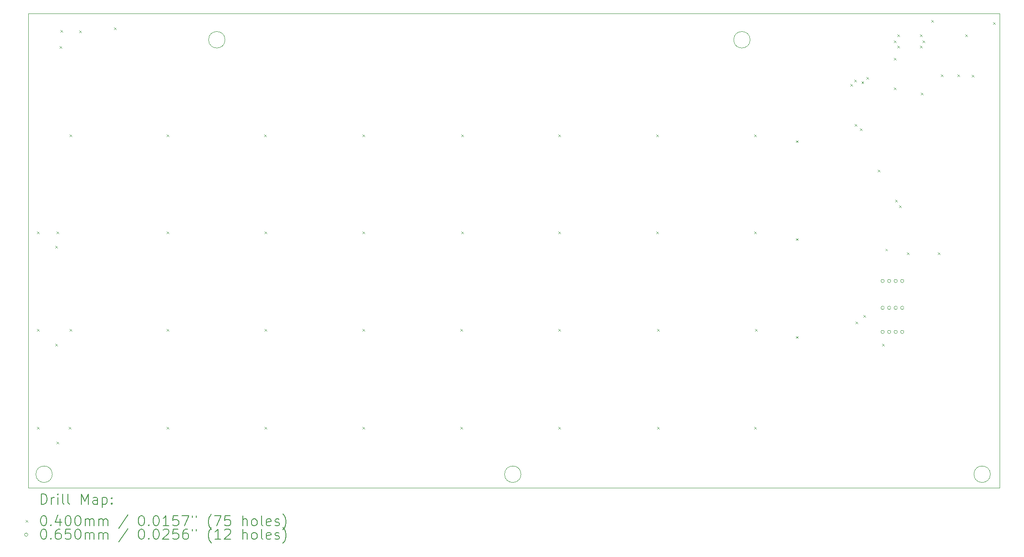
<source format=gbr>
%TF.GenerationSoftware,KiCad,Pcbnew,(6.0.8)*%
%TF.CreationDate,2023-01-16T17:00:11+01:00*%
%TF.ProjectId,The Macruwu 2.0,54686520-4d61-4637-9275-777520322e30,rev?*%
%TF.SameCoordinates,Original*%
%TF.FileFunction,Drillmap*%
%TF.FilePolarity,Positive*%
%FSLAX45Y45*%
G04 Gerber Fmt 4.5, Leading zero omitted, Abs format (unit mm)*
G04 Created by KiCad (PCBNEW (6.0.8)) date 2023-01-16 17:00:11*
%MOMM*%
%LPD*%
G01*
G04 APERTURE LIST*
%ADD10C,0.100000*%
%ADD11C,0.200000*%
%ADD12C,0.040000*%
%ADD13C,0.065000*%
G04 APERTURE END LIST*
D10*
X15519400Y-12141200D02*
G75*
G03*
X15519400Y-12141200I-160000J0D01*
G01*
X19977100Y-3688100D02*
G75*
G03*
X19977100Y-3688100I-160000J0D01*
G01*
X9761200Y-3688100D02*
G75*
G03*
X9761200Y-3688100I-160000J0D01*
G01*
X6400800Y-12141200D02*
G75*
G03*
X6400800Y-12141200I-160000J0D01*
G01*
X24650700Y-12141200D02*
G75*
G03*
X24650700Y-12141200I-160000J0D01*
G01*
X5930900Y-3175000D02*
X24828500Y-3175000D01*
X24828500Y-3175000D02*
X24828500Y-12407900D01*
X24828500Y-12407900D02*
X5930900Y-12407900D01*
X5930900Y-12407900D02*
X5930900Y-3175000D01*
D11*
D12*
X6101400Y-7422200D02*
X6141400Y-7462200D01*
X6141400Y-7422200D02*
X6101400Y-7462200D01*
X6101400Y-9314500D02*
X6141400Y-9354500D01*
X6141400Y-9314500D02*
X6101400Y-9354500D01*
X6101400Y-11219500D02*
X6141400Y-11259500D01*
X6141400Y-11219500D02*
X6101400Y-11259500D01*
X6457000Y-7701600D02*
X6497000Y-7741600D01*
X6497000Y-7701600D02*
X6457000Y-7741600D01*
X6457000Y-9606600D02*
X6497000Y-9646600D01*
X6497000Y-9606600D02*
X6457000Y-9646600D01*
X6482400Y-7422200D02*
X6522400Y-7462200D01*
X6522400Y-7422200D02*
X6482400Y-7462200D01*
X6482400Y-11511600D02*
X6522400Y-11551600D01*
X6522400Y-11511600D02*
X6482400Y-11551600D01*
X6545900Y-3815400D02*
X6585900Y-3855400D01*
X6585900Y-3815400D02*
X6545900Y-3855400D01*
X6558600Y-3497900D02*
X6598600Y-3537900D01*
X6598600Y-3497900D02*
X6558600Y-3537900D01*
X6723700Y-11219500D02*
X6763700Y-11259500D01*
X6763700Y-11219500D02*
X6723700Y-11259500D01*
X6736400Y-5529900D02*
X6776400Y-5569900D01*
X6776400Y-5529900D02*
X6736400Y-5569900D01*
X6736400Y-9314500D02*
X6776400Y-9354500D01*
X6776400Y-9314500D02*
X6736400Y-9354500D01*
X6926900Y-3510600D02*
X6966900Y-3550600D01*
X6966900Y-3510600D02*
X6926900Y-3550600D01*
X7600000Y-3447100D02*
X7640000Y-3487100D01*
X7640000Y-3447100D02*
X7600000Y-3487100D01*
X8628700Y-5529900D02*
X8668700Y-5569900D01*
X8668700Y-5529900D02*
X8628700Y-5569900D01*
X8628700Y-7422200D02*
X8668700Y-7462200D01*
X8668700Y-7422200D02*
X8628700Y-7462200D01*
X8628700Y-9314500D02*
X8668700Y-9354500D01*
X8668700Y-9314500D02*
X8628700Y-9354500D01*
X8628700Y-11219500D02*
X8668700Y-11259500D01*
X8668700Y-11219500D02*
X8628700Y-11259500D01*
X10521000Y-5529900D02*
X10561000Y-5569900D01*
X10561000Y-5529900D02*
X10521000Y-5569900D01*
X10533700Y-7422200D02*
X10573700Y-7462200D01*
X10573700Y-7422200D02*
X10533700Y-7462200D01*
X10533700Y-9314500D02*
X10573700Y-9354500D01*
X10573700Y-9314500D02*
X10533700Y-9354500D01*
X10533700Y-11219500D02*
X10573700Y-11259500D01*
X10573700Y-11219500D02*
X10533700Y-11259500D01*
X12438700Y-5529900D02*
X12478700Y-5569900D01*
X12478700Y-5529900D02*
X12438700Y-5569900D01*
X12438700Y-7422200D02*
X12478700Y-7462200D01*
X12478700Y-7422200D02*
X12438700Y-7462200D01*
X12438700Y-9314500D02*
X12478700Y-9354500D01*
X12478700Y-9314500D02*
X12438700Y-9354500D01*
X12438700Y-11219500D02*
X12478700Y-11259500D01*
X12478700Y-11219500D02*
X12438700Y-11259500D01*
X14343700Y-9314500D02*
X14383700Y-9354500D01*
X14383700Y-9314500D02*
X14343700Y-9354500D01*
X14343700Y-11219500D02*
X14383700Y-11259500D01*
X14383700Y-11219500D02*
X14343700Y-11259500D01*
X14356400Y-5529900D02*
X14396400Y-5569900D01*
X14396400Y-5529900D02*
X14356400Y-5569900D01*
X14356400Y-7422200D02*
X14396400Y-7462200D01*
X14396400Y-7422200D02*
X14356400Y-7462200D01*
X16248700Y-5529900D02*
X16288700Y-5569900D01*
X16288700Y-5529900D02*
X16248700Y-5569900D01*
X16248700Y-7422200D02*
X16288700Y-7462200D01*
X16288700Y-7422200D02*
X16248700Y-7462200D01*
X16248700Y-9314500D02*
X16288700Y-9354500D01*
X16288700Y-9314500D02*
X16248700Y-9354500D01*
X16248700Y-11219500D02*
X16288700Y-11259500D01*
X16288700Y-11219500D02*
X16248700Y-11259500D01*
X18153700Y-5529900D02*
X18193700Y-5569900D01*
X18193700Y-5529900D02*
X18153700Y-5569900D01*
X18153700Y-7422200D02*
X18193700Y-7462200D01*
X18193700Y-7422200D02*
X18153700Y-7462200D01*
X18166400Y-9314500D02*
X18206400Y-9354500D01*
X18206400Y-9314500D02*
X18166400Y-9354500D01*
X18166400Y-11219500D02*
X18206400Y-11259500D01*
X18206400Y-11219500D02*
X18166400Y-11259500D01*
X20058700Y-5529900D02*
X20098700Y-5569900D01*
X20098700Y-5529900D02*
X20058700Y-5569900D01*
X20058700Y-7422200D02*
X20098700Y-7462200D01*
X20098700Y-7422200D02*
X20058700Y-7462200D01*
X20058700Y-11219500D02*
X20098700Y-11259500D01*
X20098700Y-11219500D02*
X20058700Y-11259500D01*
X20071400Y-9314500D02*
X20111400Y-9354500D01*
X20111400Y-9314500D02*
X20071400Y-9354500D01*
X20870200Y-5645500D02*
X20910200Y-5685500D01*
X20910200Y-5645500D02*
X20870200Y-5685500D01*
X20870200Y-7550500D02*
X20910200Y-7590500D01*
X20910200Y-7550500D02*
X20870200Y-7590500D01*
X20870200Y-9455500D02*
X20910200Y-9495500D01*
X20910200Y-9455500D02*
X20870200Y-9495500D01*
X21925600Y-4552000D02*
X21965600Y-4592000D01*
X21965600Y-4552000D02*
X21925600Y-4592000D01*
X22001800Y-4463100D02*
X22041800Y-4503100D01*
X22041800Y-4463100D02*
X22001800Y-4503100D01*
X22014500Y-5326700D02*
X22054500Y-5366700D01*
X22054500Y-5326700D02*
X22014500Y-5366700D01*
X22027200Y-9174800D02*
X22067200Y-9214800D01*
X22067200Y-9174800D02*
X22027200Y-9214800D01*
X22116100Y-5415600D02*
X22156100Y-5455600D01*
X22156100Y-5415600D02*
X22116100Y-5455600D01*
X22143150Y-4501200D02*
X22183150Y-4541200D01*
X22183150Y-4501200D02*
X22143150Y-4541200D01*
X22179600Y-9047800D02*
X22219600Y-9087800D01*
X22219600Y-9047800D02*
X22179600Y-9087800D01*
X22243100Y-4412300D02*
X22283100Y-4452300D01*
X22283100Y-4412300D02*
X22243100Y-4452300D01*
X22459000Y-6215700D02*
X22499000Y-6255700D01*
X22499000Y-6215700D02*
X22459000Y-6255700D01*
X22547900Y-9606600D02*
X22587900Y-9646600D01*
X22587900Y-9606600D02*
X22547900Y-9646600D01*
X22609050Y-7754750D02*
X22649050Y-7794750D01*
X22649050Y-7754750D02*
X22609050Y-7794750D01*
X22776500Y-3701100D02*
X22816500Y-3741100D01*
X22816500Y-3701100D02*
X22776500Y-3741100D01*
X22776500Y-4044000D02*
X22816500Y-4084000D01*
X22816500Y-4044000D02*
X22776500Y-4084000D01*
X22776500Y-4615500D02*
X22816500Y-4655500D01*
X22816500Y-4615500D02*
X22776500Y-4655500D01*
X22801900Y-6799900D02*
X22841900Y-6839900D01*
X22841900Y-6799900D02*
X22801900Y-6839900D01*
X22840000Y-3586800D02*
X22880000Y-3626800D01*
X22880000Y-3586800D02*
X22840000Y-3626800D01*
X22840000Y-3802700D02*
X22880000Y-3842700D01*
X22880000Y-3802700D02*
X22840000Y-3842700D01*
X22878100Y-6914200D02*
X22918100Y-6954200D01*
X22918100Y-6914200D02*
X22878100Y-6954200D01*
X23030500Y-7828600D02*
X23070500Y-7868600D01*
X23070500Y-7828600D02*
X23030500Y-7868600D01*
X23284500Y-3586800D02*
X23324500Y-3626800D01*
X23324500Y-3586800D02*
X23284500Y-3626800D01*
X23284500Y-3802700D02*
X23324500Y-3842700D01*
X23324500Y-3802700D02*
X23284500Y-3842700D01*
X23297200Y-4717100D02*
X23337200Y-4757100D01*
X23337200Y-4717100D02*
X23297200Y-4757100D01*
X23335300Y-3701100D02*
X23375300Y-3741100D01*
X23375300Y-3701100D02*
X23335300Y-3741100D01*
X23500400Y-3307400D02*
X23540400Y-3347400D01*
X23540400Y-3307400D02*
X23500400Y-3347400D01*
X23627400Y-7828600D02*
X23667400Y-7868600D01*
X23667400Y-7828600D02*
X23627400Y-7868600D01*
X23690900Y-4361500D02*
X23730900Y-4401500D01*
X23730900Y-4361500D02*
X23690900Y-4401500D01*
X24008400Y-4361500D02*
X24048400Y-4401500D01*
X24048400Y-4361500D02*
X24008400Y-4401500D01*
X24160800Y-3586800D02*
X24200800Y-3626800D01*
X24200800Y-3586800D02*
X24160800Y-3626800D01*
X24287800Y-4374200D02*
X24327800Y-4414200D01*
X24327800Y-4374200D02*
X24287800Y-4414200D01*
X24706900Y-3345500D02*
X24746900Y-3385500D01*
X24746900Y-3345500D02*
X24706900Y-3385500D01*
D13*
X22588200Y-8382000D02*
G75*
G03*
X22588200Y-8382000I-32500J0D01*
G01*
X22588200Y-8902700D02*
G75*
G03*
X22588200Y-8902700I-32500J0D01*
G01*
X22588200Y-9372600D02*
G75*
G03*
X22588200Y-9372600I-32500J0D01*
G01*
X22715200Y-8382000D02*
G75*
G03*
X22715200Y-8382000I-32500J0D01*
G01*
X22715200Y-8902700D02*
G75*
G03*
X22715200Y-8902700I-32500J0D01*
G01*
X22715200Y-9372600D02*
G75*
G03*
X22715200Y-9372600I-32500J0D01*
G01*
X22842200Y-8382000D02*
G75*
G03*
X22842200Y-8382000I-32500J0D01*
G01*
X22842200Y-8902700D02*
G75*
G03*
X22842200Y-8902700I-32500J0D01*
G01*
X22842200Y-9372600D02*
G75*
G03*
X22842200Y-9372600I-32500J0D01*
G01*
X22969200Y-8382000D02*
G75*
G03*
X22969200Y-8382000I-32500J0D01*
G01*
X22969200Y-8902700D02*
G75*
G03*
X22969200Y-8902700I-32500J0D01*
G01*
X22969200Y-9372600D02*
G75*
G03*
X22969200Y-9372600I-32500J0D01*
G01*
D11*
X6183519Y-12723376D02*
X6183519Y-12523376D01*
X6231138Y-12523376D01*
X6259709Y-12532900D01*
X6278757Y-12551948D01*
X6288281Y-12570995D01*
X6297805Y-12609090D01*
X6297805Y-12637662D01*
X6288281Y-12675757D01*
X6278757Y-12694805D01*
X6259709Y-12713852D01*
X6231138Y-12723376D01*
X6183519Y-12723376D01*
X6383519Y-12723376D02*
X6383519Y-12590043D01*
X6383519Y-12628138D02*
X6393043Y-12609090D01*
X6402567Y-12599567D01*
X6421614Y-12590043D01*
X6440662Y-12590043D01*
X6507328Y-12723376D02*
X6507328Y-12590043D01*
X6507328Y-12523376D02*
X6497805Y-12532900D01*
X6507328Y-12542424D01*
X6516852Y-12532900D01*
X6507328Y-12523376D01*
X6507328Y-12542424D01*
X6631138Y-12723376D02*
X6612090Y-12713852D01*
X6602567Y-12694805D01*
X6602567Y-12523376D01*
X6735900Y-12723376D02*
X6716852Y-12713852D01*
X6707328Y-12694805D01*
X6707328Y-12523376D01*
X6964471Y-12723376D02*
X6964471Y-12523376D01*
X7031138Y-12666233D01*
X7097805Y-12523376D01*
X7097805Y-12723376D01*
X7278757Y-12723376D02*
X7278757Y-12618614D01*
X7269233Y-12599567D01*
X7250186Y-12590043D01*
X7212090Y-12590043D01*
X7193043Y-12599567D01*
X7278757Y-12713852D02*
X7259709Y-12723376D01*
X7212090Y-12723376D01*
X7193043Y-12713852D01*
X7183519Y-12694805D01*
X7183519Y-12675757D01*
X7193043Y-12656709D01*
X7212090Y-12647186D01*
X7259709Y-12647186D01*
X7278757Y-12637662D01*
X7373995Y-12590043D02*
X7373995Y-12790043D01*
X7373995Y-12599567D02*
X7393043Y-12590043D01*
X7431138Y-12590043D01*
X7450186Y-12599567D01*
X7459709Y-12609090D01*
X7469233Y-12628138D01*
X7469233Y-12685281D01*
X7459709Y-12704328D01*
X7450186Y-12713852D01*
X7431138Y-12723376D01*
X7393043Y-12723376D01*
X7373995Y-12713852D01*
X7554948Y-12704328D02*
X7564471Y-12713852D01*
X7554948Y-12723376D01*
X7545424Y-12713852D01*
X7554948Y-12704328D01*
X7554948Y-12723376D01*
X7554948Y-12599567D02*
X7564471Y-12609090D01*
X7554948Y-12618614D01*
X7545424Y-12609090D01*
X7554948Y-12599567D01*
X7554948Y-12618614D01*
D12*
X5885900Y-13032900D02*
X5925900Y-13072900D01*
X5925900Y-13032900D02*
X5885900Y-13072900D01*
D11*
X6221614Y-12943376D02*
X6240662Y-12943376D01*
X6259709Y-12952900D01*
X6269233Y-12962424D01*
X6278757Y-12981471D01*
X6288281Y-13019567D01*
X6288281Y-13067186D01*
X6278757Y-13105281D01*
X6269233Y-13124328D01*
X6259709Y-13133852D01*
X6240662Y-13143376D01*
X6221614Y-13143376D01*
X6202567Y-13133852D01*
X6193043Y-13124328D01*
X6183519Y-13105281D01*
X6173995Y-13067186D01*
X6173995Y-13019567D01*
X6183519Y-12981471D01*
X6193043Y-12962424D01*
X6202567Y-12952900D01*
X6221614Y-12943376D01*
X6373995Y-13124328D02*
X6383519Y-13133852D01*
X6373995Y-13143376D01*
X6364471Y-13133852D01*
X6373995Y-13124328D01*
X6373995Y-13143376D01*
X6554948Y-13010043D02*
X6554948Y-13143376D01*
X6507328Y-12933852D02*
X6459709Y-13076709D01*
X6583519Y-13076709D01*
X6697805Y-12943376D02*
X6716852Y-12943376D01*
X6735900Y-12952900D01*
X6745424Y-12962424D01*
X6754948Y-12981471D01*
X6764471Y-13019567D01*
X6764471Y-13067186D01*
X6754948Y-13105281D01*
X6745424Y-13124328D01*
X6735900Y-13133852D01*
X6716852Y-13143376D01*
X6697805Y-13143376D01*
X6678757Y-13133852D01*
X6669233Y-13124328D01*
X6659709Y-13105281D01*
X6650186Y-13067186D01*
X6650186Y-13019567D01*
X6659709Y-12981471D01*
X6669233Y-12962424D01*
X6678757Y-12952900D01*
X6697805Y-12943376D01*
X6888281Y-12943376D02*
X6907328Y-12943376D01*
X6926376Y-12952900D01*
X6935900Y-12962424D01*
X6945424Y-12981471D01*
X6954948Y-13019567D01*
X6954948Y-13067186D01*
X6945424Y-13105281D01*
X6935900Y-13124328D01*
X6926376Y-13133852D01*
X6907328Y-13143376D01*
X6888281Y-13143376D01*
X6869233Y-13133852D01*
X6859709Y-13124328D01*
X6850186Y-13105281D01*
X6840662Y-13067186D01*
X6840662Y-13019567D01*
X6850186Y-12981471D01*
X6859709Y-12962424D01*
X6869233Y-12952900D01*
X6888281Y-12943376D01*
X7040662Y-13143376D02*
X7040662Y-13010043D01*
X7040662Y-13029090D02*
X7050186Y-13019567D01*
X7069233Y-13010043D01*
X7097805Y-13010043D01*
X7116852Y-13019567D01*
X7126376Y-13038614D01*
X7126376Y-13143376D01*
X7126376Y-13038614D02*
X7135900Y-13019567D01*
X7154948Y-13010043D01*
X7183519Y-13010043D01*
X7202567Y-13019567D01*
X7212090Y-13038614D01*
X7212090Y-13143376D01*
X7307328Y-13143376D02*
X7307328Y-13010043D01*
X7307328Y-13029090D02*
X7316852Y-13019567D01*
X7335900Y-13010043D01*
X7364471Y-13010043D01*
X7383519Y-13019567D01*
X7393043Y-13038614D01*
X7393043Y-13143376D01*
X7393043Y-13038614D02*
X7402567Y-13019567D01*
X7421614Y-13010043D01*
X7450186Y-13010043D01*
X7469233Y-13019567D01*
X7478757Y-13038614D01*
X7478757Y-13143376D01*
X7869233Y-12933852D02*
X7697805Y-13190995D01*
X8126376Y-12943376D02*
X8145424Y-12943376D01*
X8164471Y-12952900D01*
X8173995Y-12962424D01*
X8183519Y-12981471D01*
X8193043Y-13019567D01*
X8193043Y-13067186D01*
X8183519Y-13105281D01*
X8173995Y-13124328D01*
X8164471Y-13133852D01*
X8145424Y-13143376D01*
X8126376Y-13143376D01*
X8107328Y-13133852D01*
X8097805Y-13124328D01*
X8088281Y-13105281D01*
X8078757Y-13067186D01*
X8078757Y-13019567D01*
X8088281Y-12981471D01*
X8097805Y-12962424D01*
X8107328Y-12952900D01*
X8126376Y-12943376D01*
X8278757Y-13124328D02*
X8288281Y-13133852D01*
X8278757Y-13143376D01*
X8269233Y-13133852D01*
X8278757Y-13124328D01*
X8278757Y-13143376D01*
X8412090Y-12943376D02*
X8431138Y-12943376D01*
X8450186Y-12952900D01*
X8459710Y-12962424D01*
X8469233Y-12981471D01*
X8478757Y-13019567D01*
X8478757Y-13067186D01*
X8469233Y-13105281D01*
X8459710Y-13124328D01*
X8450186Y-13133852D01*
X8431138Y-13143376D01*
X8412090Y-13143376D01*
X8393043Y-13133852D01*
X8383519Y-13124328D01*
X8373995Y-13105281D01*
X8364471Y-13067186D01*
X8364471Y-13019567D01*
X8373995Y-12981471D01*
X8383519Y-12962424D01*
X8393043Y-12952900D01*
X8412090Y-12943376D01*
X8669233Y-13143376D02*
X8554948Y-13143376D01*
X8612090Y-13143376D02*
X8612090Y-12943376D01*
X8593043Y-12971948D01*
X8573995Y-12990995D01*
X8554948Y-13000519D01*
X8850186Y-12943376D02*
X8754948Y-12943376D01*
X8745424Y-13038614D01*
X8754948Y-13029090D01*
X8773995Y-13019567D01*
X8821614Y-13019567D01*
X8840662Y-13029090D01*
X8850186Y-13038614D01*
X8859710Y-13057662D01*
X8859710Y-13105281D01*
X8850186Y-13124328D01*
X8840662Y-13133852D01*
X8821614Y-13143376D01*
X8773995Y-13143376D01*
X8754948Y-13133852D01*
X8745424Y-13124328D01*
X8926376Y-12943376D02*
X9059710Y-12943376D01*
X8973995Y-13143376D01*
X9126376Y-12943376D02*
X9126376Y-12981471D01*
X9202567Y-12943376D02*
X9202567Y-12981471D01*
X9497805Y-13219567D02*
X9488281Y-13210043D01*
X9469233Y-13181471D01*
X9459710Y-13162424D01*
X9450186Y-13133852D01*
X9440662Y-13086233D01*
X9440662Y-13048138D01*
X9450186Y-13000519D01*
X9459710Y-12971948D01*
X9469233Y-12952900D01*
X9488281Y-12924328D01*
X9497805Y-12914805D01*
X9554948Y-12943376D02*
X9688281Y-12943376D01*
X9602567Y-13143376D01*
X9859710Y-12943376D02*
X9764471Y-12943376D01*
X9754948Y-13038614D01*
X9764471Y-13029090D01*
X9783519Y-13019567D01*
X9831138Y-13019567D01*
X9850186Y-13029090D01*
X9859710Y-13038614D01*
X9869233Y-13057662D01*
X9869233Y-13105281D01*
X9859710Y-13124328D01*
X9850186Y-13133852D01*
X9831138Y-13143376D01*
X9783519Y-13143376D01*
X9764471Y-13133852D01*
X9754948Y-13124328D01*
X10107329Y-13143376D02*
X10107329Y-12943376D01*
X10193043Y-13143376D02*
X10193043Y-13038614D01*
X10183519Y-13019567D01*
X10164471Y-13010043D01*
X10135900Y-13010043D01*
X10116852Y-13019567D01*
X10107329Y-13029090D01*
X10316852Y-13143376D02*
X10297805Y-13133852D01*
X10288281Y-13124328D01*
X10278757Y-13105281D01*
X10278757Y-13048138D01*
X10288281Y-13029090D01*
X10297805Y-13019567D01*
X10316852Y-13010043D01*
X10345424Y-13010043D01*
X10364471Y-13019567D01*
X10373995Y-13029090D01*
X10383519Y-13048138D01*
X10383519Y-13105281D01*
X10373995Y-13124328D01*
X10364471Y-13133852D01*
X10345424Y-13143376D01*
X10316852Y-13143376D01*
X10497805Y-13143376D02*
X10478757Y-13133852D01*
X10469233Y-13114805D01*
X10469233Y-12943376D01*
X10650186Y-13133852D02*
X10631138Y-13143376D01*
X10593043Y-13143376D01*
X10573995Y-13133852D01*
X10564471Y-13114805D01*
X10564471Y-13038614D01*
X10573995Y-13019567D01*
X10593043Y-13010043D01*
X10631138Y-13010043D01*
X10650186Y-13019567D01*
X10659710Y-13038614D01*
X10659710Y-13057662D01*
X10564471Y-13076709D01*
X10735900Y-13133852D02*
X10754948Y-13143376D01*
X10793043Y-13143376D01*
X10812090Y-13133852D01*
X10821614Y-13114805D01*
X10821614Y-13105281D01*
X10812090Y-13086233D01*
X10793043Y-13076709D01*
X10764471Y-13076709D01*
X10745424Y-13067186D01*
X10735900Y-13048138D01*
X10735900Y-13038614D01*
X10745424Y-13019567D01*
X10764471Y-13010043D01*
X10793043Y-13010043D01*
X10812090Y-13019567D01*
X10888281Y-13219567D02*
X10897805Y-13210043D01*
X10916852Y-13181471D01*
X10926376Y-13162424D01*
X10935900Y-13133852D01*
X10945424Y-13086233D01*
X10945424Y-13048138D01*
X10935900Y-13000519D01*
X10926376Y-12971948D01*
X10916852Y-12952900D01*
X10897805Y-12924328D01*
X10888281Y-12914805D01*
D13*
X5925900Y-13316900D02*
G75*
G03*
X5925900Y-13316900I-32500J0D01*
G01*
D11*
X6221614Y-13207376D02*
X6240662Y-13207376D01*
X6259709Y-13216900D01*
X6269233Y-13226424D01*
X6278757Y-13245471D01*
X6288281Y-13283567D01*
X6288281Y-13331186D01*
X6278757Y-13369281D01*
X6269233Y-13388328D01*
X6259709Y-13397852D01*
X6240662Y-13407376D01*
X6221614Y-13407376D01*
X6202567Y-13397852D01*
X6193043Y-13388328D01*
X6183519Y-13369281D01*
X6173995Y-13331186D01*
X6173995Y-13283567D01*
X6183519Y-13245471D01*
X6193043Y-13226424D01*
X6202567Y-13216900D01*
X6221614Y-13207376D01*
X6373995Y-13388328D02*
X6383519Y-13397852D01*
X6373995Y-13407376D01*
X6364471Y-13397852D01*
X6373995Y-13388328D01*
X6373995Y-13407376D01*
X6554948Y-13207376D02*
X6516852Y-13207376D01*
X6497805Y-13216900D01*
X6488281Y-13226424D01*
X6469233Y-13254995D01*
X6459709Y-13293090D01*
X6459709Y-13369281D01*
X6469233Y-13388328D01*
X6478757Y-13397852D01*
X6497805Y-13407376D01*
X6535900Y-13407376D01*
X6554948Y-13397852D01*
X6564471Y-13388328D01*
X6573995Y-13369281D01*
X6573995Y-13321662D01*
X6564471Y-13302614D01*
X6554948Y-13293090D01*
X6535900Y-13283567D01*
X6497805Y-13283567D01*
X6478757Y-13293090D01*
X6469233Y-13302614D01*
X6459709Y-13321662D01*
X6754948Y-13207376D02*
X6659709Y-13207376D01*
X6650186Y-13302614D01*
X6659709Y-13293090D01*
X6678757Y-13283567D01*
X6726376Y-13283567D01*
X6745424Y-13293090D01*
X6754948Y-13302614D01*
X6764471Y-13321662D01*
X6764471Y-13369281D01*
X6754948Y-13388328D01*
X6745424Y-13397852D01*
X6726376Y-13407376D01*
X6678757Y-13407376D01*
X6659709Y-13397852D01*
X6650186Y-13388328D01*
X6888281Y-13207376D02*
X6907328Y-13207376D01*
X6926376Y-13216900D01*
X6935900Y-13226424D01*
X6945424Y-13245471D01*
X6954948Y-13283567D01*
X6954948Y-13331186D01*
X6945424Y-13369281D01*
X6935900Y-13388328D01*
X6926376Y-13397852D01*
X6907328Y-13407376D01*
X6888281Y-13407376D01*
X6869233Y-13397852D01*
X6859709Y-13388328D01*
X6850186Y-13369281D01*
X6840662Y-13331186D01*
X6840662Y-13283567D01*
X6850186Y-13245471D01*
X6859709Y-13226424D01*
X6869233Y-13216900D01*
X6888281Y-13207376D01*
X7040662Y-13407376D02*
X7040662Y-13274043D01*
X7040662Y-13293090D02*
X7050186Y-13283567D01*
X7069233Y-13274043D01*
X7097805Y-13274043D01*
X7116852Y-13283567D01*
X7126376Y-13302614D01*
X7126376Y-13407376D01*
X7126376Y-13302614D02*
X7135900Y-13283567D01*
X7154948Y-13274043D01*
X7183519Y-13274043D01*
X7202567Y-13283567D01*
X7212090Y-13302614D01*
X7212090Y-13407376D01*
X7307328Y-13407376D02*
X7307328Y-13274043D01*
X7307328Y-13293090D02*
X7316852Y-13283567D01*
X7335900Y-13274043D01*
X7364471Y-13274043D01*
X7383519Y-13283567D01*
X7393043Y-13302614D01*
X7393043Y-13407376D01*
X7393043Y-13302614D02*
X7402567Y-13283567D01*
X7421614Y-13274043D01*
X7450186Y-13274043D01*
X7469233Y-13283567D01*
X7478757Y-13302614D01*
X7478757Y-13407376D01*
X7869233Y-13197852D02*
X7697805Y-13454995D01*
X8126376Y-13207376D02*
X8145424Y-13207376D01*
X8164471Y-13216900D01*
X8173995Y-13226424D01*
X8183519Y-13245471D01*
X8193043Y-13283567D01*
X8193043Y-13331186D01*
X8183519Y-13369281D01*
X8173995Y-13388328D01*
X8164471Y-13397852D01*
X8145424Y-13407376D01*
X8126376Y-13407376D01*
X8107328Y-13397852D01*
X8097805Y-13388328D01*
X8088281Y-13369281D01*
X8078757Y-13331186D01*
X8078757Y-13283567D01*
X8088281Y-13245471D01*
X8097805Y-13226424D01*
X8107328Y-13216900D01*
X8126376Y-13207376D01*
X8278757Y-13388328D02*
X8288281Y-13397852D01*
X8278757Y-13407376D01*
X8269233Y-13397852D01*
X8278757Y-13388328D01*
X8278757Y-13407376D01*
X8412090Y-13207376D02*
X8431138Y-13207376D01*
X8450186Y-13216900D01*
X8459710Y-13226424D01*
X8469233Y-13245471D01*
X8478757Y-13283567D01*
X8478757Y-13331186D01*
X8469233Y-13369281D01*
X8459710Y-13388328D01*
X8450186Y-13397852D01*
X8431138Y-13407376D01*
X8412090Y-13407376D01*
X8393043Y-13397852D01*
X8383519Y-13388328D01*
X8373995Y-13369281D01*
X8364471Y-13331186D01*
X8364471Y-13283567D01*
X8373995Y-13245471D01*
X8383519Y-13226424D01*
X8393043Y-13216900D01*
X8412090Y-13207376D01*
X8554948Y-13226424D02*
X8564471Y-13216900D01*
X8583519Y-13207376D01*
X8631138Y-13207376D01*
X8650186Y-13216900D01*
X8659710Y-13226424D01*
X8669233Y-13245471D01*
X8669233Y-13264519D01*
X8659710Y-13293090D01*
X8545424Y-13407376D01*
X8669233Y-13407376D01*
X8850186Y-13207376D02*
X8754948Y-13207376D01*
X8745424Y-13302614D01*
X8754948Y-13293090D01*
X8773995Y-13283567D01*
X8821614Y-13283567D01*
X8840662Y-13293090D01*
X8850186Y-13302614D01*
X8859710Y-13321662D01*
X8859710Y-13369281D01*
X8850186Y-13388328D01*
X8840662Y-13397852D01*
X8821614Y-13407376D01*
X8773995Y-13407376D01*
X8754948Y-13397852D01*
X8745424Y-13388328D01*
X9031138Y-13207376D02*
X8993043Y-13207376D01*
X8973995Y-13216900D01*
X8964471Y-13226424D01*
X8945424Y-13254995D01*
X8935900Y-13293090D01*
X8935900Y-13369281D01*
X8945424Y-13388328D01*
X8954948Y-13397852D01*
X8973995Y-13407376D01*
X9012090Y-13407376D01*
X9031138Y-13397852D01*
X9040662Y-13388328D01*
X9050186Y-13369281D01*
X9050186Y-13321662D01*
X9040662Y-13302614D01*
X9031138Y-13293090D01*
X9012090Y-13283567D01*
X8973995Y-13283567D01*
X8954948Y-13293090D01*
X8945424Y-13302614D01*
X8935900Y-13321662D01*
X9126376Y-13207376D02*
X9126376Y-13245471D01*
X9202567Y-13207376D02*
X9202567Y-13245471D01*
X9497805Y-13483567D02*
X9488281Y-13474043D01*
X9469233Y-13445471D01*
X9459710Y-13426424D01*
X9450186Y-13397852D01*
X9440662Y-13350233D01*
X9440662Y-13312138D01*
X9450186Y-13264519D01*
X9459710Y-13235948D01*
X9469233Y-13216900D01*
X9488281Y-13188328D01*
X9497805Y-13178805D01*
X9678757Y-13407376D02*
X9564471Y-13407376D01*
X9621614Y-13407376D02*
X9621614Y-13207376D01*
X9602567Y-13235948D01*
X9583519Y-13254995D01*
X9564471Y-13264519D01*
X9754948Y-13226424D02*
X9764471Y-13216900D01*
X9783519Y-13207376D01*
X9831138Y-13207376D01*
X9850186Y-13216900D01*
X9859710Y-13226424D01*
X9869233Y-13245471D01*
X9869233Y-13264519D01*
X9859710Y-13293090D01*
X9745424Y-13407376D01*
X9869233Y-13407376D01*
X10107329Y-13407376D02*
X10107329Y-13207376D01*
X10193043Y-13407376D02*
X10193043Y-13302614D01*
X10183519Y-13283567D01*
X10164471Y-13274043D01*
X10135900Y-13274043D01*
X10116852Y-13283567D01*
X10107329Y-13293090D01*
X10316852Y-13407376D02*
X10297805Y-13397852D01*
X10288281Y-13388328D01*
X10278757Y-13369281D01*
X10278757Y-13312138D01*
X10288281Y-13293090D01*
X10297805Y-13283567D01*
X10316852Y-13274043D01*
X10345424Y-13274043D01*
X10364471Y-13283567D01*
X10373995Y-13293090D01*
X10383519Y-13312138D01*
X10383519Y-13369281D01*
X10373995Y-13388328D01*
X10364471Y-13397852D01*
X10345424Y-13407376D01*
X10316852Y-13407376D01*
X10497805Y-13407376D02*
X10478757Y-13397852D01*
X10469233Y-13378805D01*
X10469233Y-13207376D01*
X10650186Y-13397852D02*
X10631138Y-13407376D01*
X10593043Y-13407376D01*
X10573995Y-13397852D01*
X10564471Y-13378805D01*
X10564471Y-13302614D01*
X10573995Y-13283567D01*
X10593043Y-13274043D01*
X10631138Y-13274043D01*
X10650186Y-13283567D01*
X10659710Y-13302614D01*
X10659710Y-13321662D01*
X10564471Y-13340709D01*
X10735900Y-13397852D02*
X10754948Y-13407376D01*
X10793043Y-13407376D01*
X10812090Y-13397852D01*
X10821614Y-13378805D01*
X10821614Y-13369281D01*
X10812090Y-13350233D01*
X10793043Y-13340709D01*
X10764471Y-13340709D01*
X10745424Y-13331186D01*
X10735900Y-13312138D01*
X10735900Y-13302614D01*
X10745424Y-13283567D01*
X10764471Y-13274043D01*
X10793043Y-13274043D01*
X10812090Y-13283567D01*
X10888281Y-13483567D02*
X10897805Y-13474043D01*
X10916852Y-13445471D01*
X10926376Y-13426424D01*
X10935900Y-13397852D01*
X10945424Y-13350233D01*
X10945424Y-13312138D01*
X10935900Y-13264519D01*
X10926376Y-13235948D01*
X10916852Y-13216900D01*
X10897805Y-13188328D01*
X10888281Y-13178805D01*
M02*

</source>
